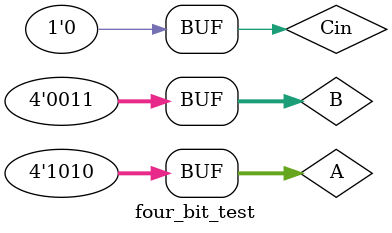
<source format=v>
`timescale 1ns / 1ps


module four_bit_test;

	// Inputs
	reg [3:0] A;
	reg [3:0] B;
	reg Cin;

	// Outputs
	wire [3:0] Sum;
	wire Cout;

	// Instantiate the Unit Under Test (UUT)
	four_bit_ripple_carry uut (
		.Sum(Sum), 
		.Cout(Cout), 
		.A(A), 
		.B(B), 
		.Cin(Cin)
	);

	initial begin
		// Initialize Inputs
		A = 0;
		B = 0;
		Cin = 0;

		// Wait 100 ns for global reset to finish
		#100;
		
		A=4'b0001;B=4'b0000;Cin=0;
		
		// Wait 100 ns for global reset to finish
		#100;
		
		A=4'b1010;B=4'b0011;Cin=0;
		
		// Wait 100 ns for global reset to finish
		#100;
		
	end
      
endmodule


</source>
